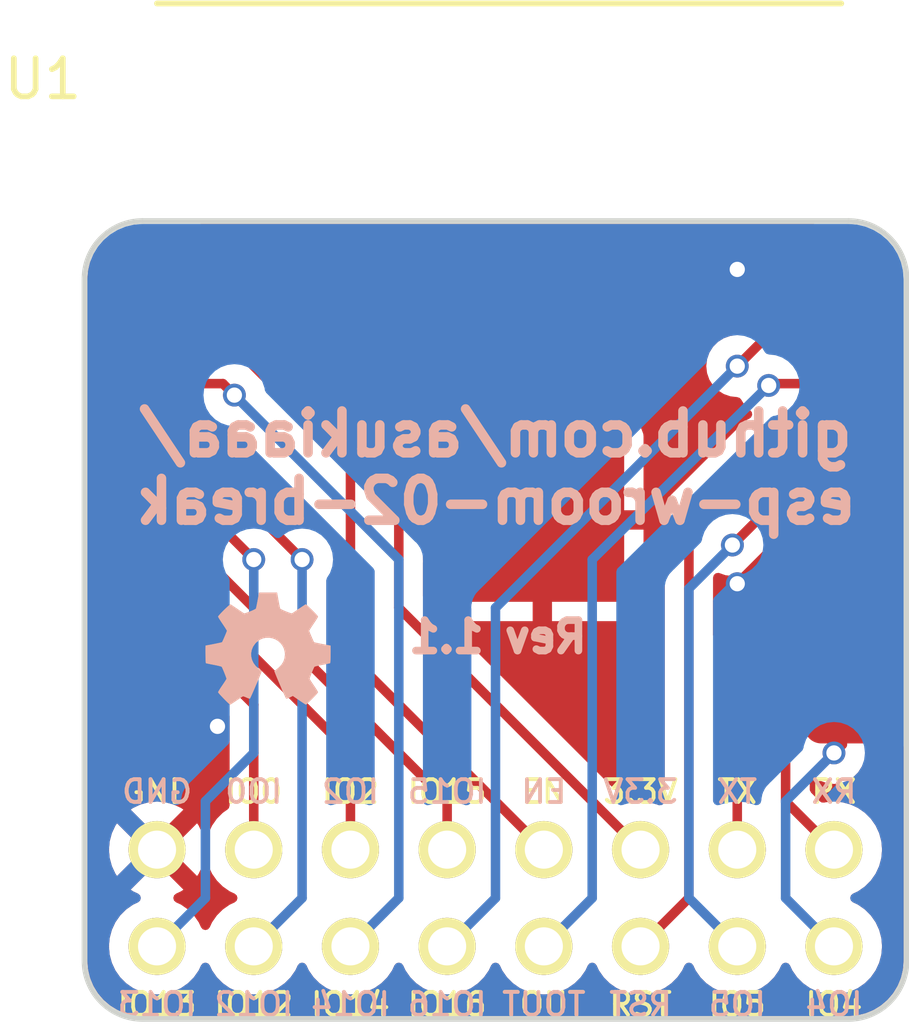
<source format=kicad_pcb>
(kicad_pcb (version 20221018) (generator pcbnew)
  (layers (0 "F.Cu" signal) (31 "B.Cu" signal) (34 "B.Paste" user) (35 "F.Paste" user) (36 "B.SilkS" user "B.Silkscreen") (37 "F.SilkS" user "F.Silkscreen") (38 "B.Mask" user) (39 "F.Mask" user) (44 "Edge.Cuts" user))
  (net 0 "")
  (net 1 "Net-(J1-Pad1)")
  (net 2 "Net-(J1-Pad2)")
  (net 3 "Net-(J1-Pad3)")
  (net 4 "Net-(J1-Pad4)")
  (net 5 "Net-(J1-Pad5)")
  (net 6 "Net-(J1-Pad6)")
  (net 7 "Net-(J2-Pad1)")
  (net 8 "Net-(J2-Pad2)")
  (net 9 "Net-(J2-Pad3)")
  (net 10 "Net-(J2-Pad4)")
  (net 11 "Net-(J2-Pad5)")
  (net 12 "Net-(J2-Pad6)")
  (net 13 "Net-(J1-Pad7)")
  (net 14 "GND")
  (net 15 "Net-(J2-Pad7)")
  (net 16 "Net-(J2-Pad8)")
  (footprint "simple_headers:Pin_Header_Straight_1x08_small" (layer "F.Cu") (at 166.37 120.65 -90)
    (fp_text reference "J1" hide)
    (fp_text value "HEADER_8" hide)
    (pad "1" thru_hole circle (at 0 0 270) (size 1.5 1.5) (drill 1) (layers "*.Cu" "*.Mask" "F.SilkS") (net 1 "Net-(J1-Pad1)"))
    (pad "2" thru_hole circle (at 0 2.54 270) (size 1.5 1.5) (drill 1) (layers "*.Cu" "*.Mask" "F.SilkS") (net 2 "Net-(J1-Pad2)"))
    (pad "3" thru_hole circle (at 0 5.08 270) (size 1.5 1.5) (drill 1) (layers "*.Cu" "*.Mask" "F.SilkS") (net 3 "Net-(J1-Pad3)"))
    (pad "4" thru_hole circle (at 0 7.62 270) (size 1.5 1.5) (drill 1) (layers "*.Cu" "*.Mask" "F.SilkS") (net 4 "Net-(J1-Pad4)"))
    (pad "5" thru_hole circle (at 0 10.16 270) (size 1.5 1.5) (drill 1) (layers "*.Cu" "*.Mask" "F.SilkS") (net 5 "Net-(J1-Pad5)"))
    (pad "6" thru_hole circle (at 0 12.7 270) (size 1.5 1.5) (drill 1) (layers "*.Cu" "*.Mask" "F.SilkS") (net 6 "Net-(J1-Pad6)"))
    (pad "7" thru_hole circle (at 0 15.24 270) (size 1.5 1.5) (drill 1) (layers "*.Cu" "*.Mask" "F.SilkS") (net 13 "Net-(J1-Pad7)"))
    (pad "8" thru_hole circle (at 0 17.78 270) (size 1.5 1.5) (drill 1) (layers "*.Cu" "*.Mask" "F.SilkS") (net 14 "GND"))
  )
  (footprint "simple_headers:Pin_Header_Straight_1x08_small" (layer "F.Cu") (at 166.37 123.19 -90)
    (fp_text reference "J2" hide)
    (fp_text value "HEADER_8" hide)
    (pad "1" thru_hole circle (at 0 0 270) (size 1.5 1.5) (drill 1) (layers "*.Cu" "*.Mask" "F.SilkS") (net 7 "Net-(J2-Pad1)"))
    (pad "2" thru_hole circle (at 0 2.54 270) (size 1.5 1.5) (drill 1) (layers "*.Cu" "*.Mask" "F.SilkS") (net 8 "Net-(J2-Pad2)"))
    (pad "3" thru_hole circle (at 0 5.08 270) (size 1.5 1.5) (drill 1) (layers "*.Cu" "*.Mask" "F.SilkS") (net 9 "Net-(J2-Pad3)"))
    (pad "4" thru_hole circle (at 0 7.62 270) (size 1.5 1.5) (drill 1) (layers "*.Cu" "*.Mask" "F.SilkS") (net 10 "Net-(J2-Pad4)"))
    (pad "5" thru_hole circle (at 0 10.16 270) (size 1.5 1.5) (drill 1) (layers "*.Cu" "*.Mask" "F.SilkS") (net 11 "Net-(J2-Pad5)"))
    (pad "6" thru_hole circle (at 0 12.7 270) (size 1.5 1.5) (drill 1) (layers "*.Cu" "*.Mask" "F.SilkS") (net 12 "Net-(J2-Pad6)"))
    (pad "7" thru_hole circle (at 0 15.24 270) (size 1.5 1.5) (drill 1) (layers "*.Cu" "*.Mask" "F.SilkS") (net 15 "Net-(J2-Pad7)"))
    (pad "8" thru_hole circle (at 0 17.78 270) (size 1.5 1.5) (drill 1) (layers "*.Cu" "*.Mask" "F.SilkS") (net 16 "Net-(J2-Pad8)"))
  )
  (footprint "ESP8266:ESP-13-WROOM-02" (layer "F.Cu") (at 148.59 105.41)
    (fp_text reference "U1" (at -3 -5) (layer "F.SilkS"))
    (fp_text value "ESP-13-WROOM-02")
    (fp_line (start 17.9705 -6.985) (end 0 -6.985) (stroke (width 0.1524)) (layer "F.SilkS"))
    (pad "1" smd rect (at 0 0) (size 2 0.9) (layers "F.Cu" "F.Paste" "F.Mask") (net 3 "Net-(J1-Pad3)"))
    (pad "2" smd oval (at 0 1.5) (size 2 0.9) (layers "F.Cu" "F.Paste" "F.Mask") (net 4 "Net-(J1-Pad4)"))
    (pad "3" smd oval (at 0 3) (size 2 0.9) (layers "F.Cu" "F.Paste" "F.Mask") (net 12 "Net-(J2-Pad6)"))
    (pad "4" smd oval (at 0 4.5) (size 2 0.9) (layers "F.Cu" "F.Paste" "F.Mask") (net 15 "Net-(J2-Pad7)"))
    (pad "5" smd oval (at 0 6) (size 2 0.9) (layers "F.Cu" "F.Paste" "F.Mask") (net 16 "Net-(J2-Pad8)"))
    (pad "6" smd oval (at 0 7.5) (size 2 0.9) (layers "F.Cu" "F.Paste" "F.Mask") (net 5 "Net-(J1-Pad5)"))
    (pad "7" smd oval (at 0 9) (size 2 0.9) (layers "F.Cu" "F.Paste" "F.Mask") (net 6 "Net-(J1-Pad6)"))
    (pad "8" smd oval (at 0 10.5) (size 2 0.9) (layers "F.Cu" "F.Paste" "F.Mask") (net 13 "Net-(J1-Pad7)"))
    (pad "9" smd oval (at 0 12) (size 2 0.9) (layers "F.Cu" "F.Paste" "F.Mask") (net 14 "GND"))
    (pad "10" smd oval (at 18 12) (size 2 0.9) (layers "F.Cu" "F.Paste" "F.Mask") (net 7 "Net-(J2-Pad1)"))
    (pad "11" smd oval (at 18 10.5) (size 2 0.9) (layers "F.Cu" "F.Paste" "F.Mask") (net 1 "Net-(J1-Pad1)"))
    (pad "12" smd oval (at 18 9) (size 2 0.9) (layers "F.Cu" "F.Paste" "F.Mask") (net 2 "Net-(J1-Pad2)"))
    (pad "13" smd oval (at 18 7.5) (size 2 0.9) (layers "F.Cu" "F.Paste" "F.Mask") (net 14 "GND"))
    (pad "14" smd oval (at 18 6) (size 2 0.9) (layers "F.Cu" "F.Paste" "F.Mask") (net 8 "Net-(J2-Pad2)"))
    (pad "15" smd oval (at 18 4.5) (size 2 0.9) (layers "F.Cu" "F.Paste" "F.Mask") (net 9 "Net-(J2-Pad3)"))
    (pad "16" smd oval (at 18 3) (size 2 0.9) (layers "F.Cu" "F.Paste" "F.Mask") (net 10 "Net-(J2-Pad4)"))
    (pad "17" smd oval (at 18 1.5) (size 2 0.9) (layers "F.Cu" "F.Paste" "F.Mask") (net 11 "Net-(J2-Pad5)"))
    (pad "18" smd oval (at 18 0) (size 2 0.9) (layers "F.Cu" "F.Paste" "F.Mask") (net 14 "GND"))
    (pad "PAD" smd rect (at 10.12 6.58) (size 4.3 4.3) (layers "F.Cu" "F.Paste" "F.Mask") (net 14 "GND"))
  )
  (footprint "oshw-logo:oshw-3p4mm" (layer "B.Cu") (at 151.511 115.3795 180)
    (fp_text reference "G***" hide)
    (fp_text value "LOGO" hide)
    (fp_poly (pts (xy 0.275625 1.278283) (xy 0.28777 1.213229) (xy 0.299235 1.154924) (xy 0.309227 1.107164) (xy 0.316955 1.073748) (xy 0.321479 1.058739) (xy 0.334974 1.047928) (xy 0.364634 1.031911) (xy 0.405827 1.012571) (xy 0.453918 0.991794) (xy 0.504273 0.971462) (xy 0.552259 0.953459) (xy 0.593242 0.939671) (xy 0.622588 0.931979) (xy 0.634528 0.931465) (xy 0.648514 0.939502) (xy 0.677391 0.957992) (xy 0.717907 0.984788) (xy 0.766812 1.017745) (xy 0.814003 1.049997) (xy 0.867479 1.086534) (xy 0.915302 1.118756) (xy 0.954253 1.144529) (xy 0.981112 1.161719) (xy 0.992188 1.168053) (xy 1.004331 1.162411) (xy 1.028606 1.143465) (xy 1.062105 1.11409) (xy 1.101921 1.077157) (xy 1.145148 1.03554) (xy 1.188877 0.992112) (xy 1.230202 0.949745) (xy 1.266215 0.911314) (xy 1.294009 0.87969) (xy 1.310678 0.857747) (xy 1.314174 0.849856) (xy 1.30818 0.835579) (xy 1.291517 0.806387) (xy 1.266162 0.76547) (xy 1.23409 0.716022) (xy 1.198218 0.662609) (xy 1.161555 0.608182) (xy 1.12966 0.559476) (xy 1.104502 0.519609) (xy 1.088047 0.491696) (xy 1.082261 0.478927) (xy 1.086511 0.463964) (xy 1.097947 0.433512) (xy 1.114592 0.392184) (xy 1.134475 0.344589) (xy 1.155619 0.295339) (xy 1.176053 0.249044) (xy 1.1938 0.210315) (xy 1.206888 0.183762) (xy 1.212629 0.174432) (xy 1.224679 0.170659) (xy 1.254359 0.163635) (xy 1.297591 0.154178) (xy 1.350297 0.143108) (xy 1.408397 0.131244) (xy 1.467815 0.119404) (xy 1.524471 0.108407) (xy 1.574288 0.099072) (xy 1.613185 0.092218) (xy 1.637087 0.088664) (xy 1.641401 0.088348) (xy 1.643715 0.077972) (xy 1.645264 0.049478) (xy 1.64611 0.006822) (xy 1.646312 -0.046041) (xy 1.64593 -0.105158) (xy 1.645023 -0.166573) (xy 1.643652 -0.226331) (xy 1.641875 -0.280478) (xy 1.639753 -0.325059) (xy 1.637345 -0.35612) (xy 1.634712 -0.369706) (xy 1.63448 -0.369929) (xy 1.620515 -0.374079) (xy 1.588527 -0.381411) (xy 1.542222 -0.391144) (xy 1.485306 -0.402495) (xy 1.429355 -0.413208) (xy 1.364876 -0.426013) (xy 1.308077 -0.438601) (xy 1.26264 -0.450055) (xy 1.232244 -0.459459) (xy 1.221087 -0.46504) (xy 1.212051 -0.480596) (xy 1.197318 -0.512066) (xy 1.178783 -0.554756) (xy 1.158336 -0.603971) (xy 1.137872 -0.655013) (xy 1.119282 -0.703188) (xy 1.104459 -0.743801) (xy 1.095296 -0.772154) (xy 1.093263 -0.782171) (xy 1.099295 -0.795653) (xy 1.116001 -0.823962) (xy 1.141335 -0.863866) (xy 1.173256 -0.912133) (xy 1.203739 -0.956883) (xy 1.239683 -1.010002) (xy 1.270735 -1.057845) (xy 1.29484 -1.097085) (xy 1.309945 -1.124397) (xy 1.314174 -1.135643) (xy 1.306729 -1.14804) (xy 1.286335 -1.172761) (xy 1.2559 -1.206816) (xy 1.218336 -1.247211) (xy 1.176551 -1.290955) (xy 1.133455 -1.335056) (xy 1.091959 -1.376522) (xy 1.054972 -1.41236) (xy 1.025403 -1.439578) (xy 1.006163 -1.455185) (xy 1.000935 -1.457739) (xy 0.989182 -1.451779) (xy 0.962489 -1.435276) (xy 0.924049 -1.410296) (xy 0.877055 -1.378906) (xy 0.838293 -1.35252) (xy 0.786184 -1.317082) (xy 0.739484 -1.285899) (xy 0.701621 -1.261216) (xy 0.676023 -1.245275) (xy 0.66714 -1.240483) (xy 0.648945 -1.241741) (xy 0.617469 -1.251497) (xy 0.578887 -1.26779) (xy 0.574261 -1.27) (xy 0.536074 -1.286809) (xy 0.504354 -1.297758) (xy 0.485199 -1.300793) (xy 0.483815 -1.30045) (xy 0.47719 -1.289714) (xy 0.463348 -1.261404) (xy 0.443505 -1.218358) (xy 0.418877 -1.163415) (xy 0.390678 -1.099416) (xy 0.360126 -1.029199) (xy 0.328435 -0.955604) (xy 0.296821 -0.881469) (xy 0.2665 -0.809635) (xy 0.238687 -0.74294) (xy 0.214598 -0.684224) (xy 0.195449 -0.636325) (xy 0.182455 -0.602084) (xy 0.176831 -0.584339) (xy 0.176696 -0.583135) (xy 0.184969 -0.57395) (xy 0.20706 -0.555233) (xy 0.238877 -0.53038) (xy 0.253573 -0.51936) (xy 0.330537 -0.450235) (xy 0.389124 -0.372168) (xy 0.429154 -0.287651) (xy 0.450447 -0.199175) (xy 0.452823 -0.109232) (xy 0.436104 -0.020313) (xy 0.400108 0.065091) (xy 0.344658 0.144487) (xy 0.304421 0.185968) (xy 0.22826 0.242614) (xy 0.146448 0.279805) (xy 0.061448 0.298628) (xy -0.024274 0.300171) (xy -0.108256 0.285522) (xy -0.188033 0.255767) (xy -0.261141 0.211994) (xy -0.325116 0.15529) (xy -0.377494 0.086743) (xy -0.415811 0.007439) (xy -0.437602 -0.081534) (xy -0.441739 -0.143289) (xy -0.431299 -0.242212) (xy -0.400193 -0.333644) (xy -0.348741 -0.416983) (xy -0.277263 -0.491624) (xy -0.242529 -0.51936) (xy -0.207941 -0.545731) (xy -0.181424 -0.567338) (xy -0.167071 -0.580786) (xy -0.165652 -0.583135) (xy -0.169854 -0.597753) (xy -0.181647 -0.629358) (xy -0.199817 -0.675111) (xy -0.223145 -0.732172) (xy -0.250415 -0.797702) (xy -0.280411 -0.868862) (xy -0.311915 -0.942812) (xy -0.343712 -1.016714) (xy -0.374584 -1.087727) (xy -0.403315 -1.153012) (xy -0.428689 -1.209731) (xy -0.449487 -1.255043) (xy -0.464495 -1.286109) (xy -0.472495 -1.300091) (xy -0.473076 -1.300567) (xy -0.489823 -1.298762) (xy -0.520157 -1.288581) (xy -0.558196 -1.27208) (xy -0.56738 -1.267625) (xy -0.646043 -1.228681) (xy -0.813446 -1.34321) (xy -0.867123 -1.379597) (xy -0.914703 -1.411215) (xy -0.953142 -1.436092) (xy -0.979391 -1.452254) (xy -0.99029 -1.457739) (xy -1.000664 -1.450268) (xy -1.023989 -1.429454) (xy -1.057724 -1.397694) (xy -1.099326 -1.357387) (xy -1.146253 -1.31093) (xy -1.15143 -1.305748) (xy -1.198454 -1.257723) (xy -1.239547 -1.214016) (xy -1.272291 -1.17734) (xy -1.294271 -1.150412) (xy -1.303068 -1.135945) (xy -1.30313 -1.135352) (xy -1.297091 -1.120609) (xy -1.280342 -1.09116) (xy -1.254938 -1.050322) (xy -1.222933 -1.001415) (xy -1.192695 -0.956883) (xy -1.156814 -0.904082) (xy -1.125798 -0.856922) (xy -1.101691 -0.818635) (xy -1.086536 -0.792454) (xy -1.08222 -0.782171) (xy -1.086318 -0.765138) (xy -1.097396 -0.732573) (xy -1.11356 -0.689173) (xy -1.132918 -0.639633) (xy -1.153577 -0.588649) (xy -1.173644 -0.540916) (xy -1.191227 -0.50113) (xy -1.204434 -0.473986) (xy -1.210043 -0.46504) (xy -1.225203 -0.458026) (xy -1.258452 -0.448203) (xy -1.306109 -0.436488) (xy -1.364493 -0.423798) (xy -1.418311 -0.413208) (xy -1.481503 -0.401079) (xy -1.537345 -0.389879) (xy -1.582134 -0.380393) (xy -1.612162 -0.3734) (xy -1.623436 -0.369929) (xy -1.626086 -0.358011) (xy -1.628515 -0.328282) (xy -1.630663 -0.284696) (xy -1.632472 -0.231209) (xy -1.63388 -0.171774) (xy -1.634829 -0.110346) (xy -1.635258 -0.050881) (xy -1.635108 0.002668) (xy -1.634319 0.046346) (xy -1.632831 0.076198) (xy -1.630585 0.088269) (xy -1.630358 0.088348) (xy -1.613257 0.090427) (xy -1.579603 0.096118) (xy -1.533473 0.104603) (xy -1.478947 0.115062) (xy -1.420102 0.126677) (xy -1.361017 0.138628) (xy -1.305771 0.150098) (xy -1.258441 0.160267) (xy -1.223106 0.168317) (xy -1.203845 0.173428) (xy -1.201585 0.174432) (xy -1.193564 0.18813) (xy -1.179327 0.217641) (xy -1.160847 0.258354) (xy -1.140099 0.305658) (xy -1.119056 0.354943) (xy -1.099694 0.401597) (xy -1.083985 0.441011) (xy -1.073904 0.468573) (xy -1.071217 0.478927) (xy -1.077192 0.492041) (xy -1.093806 0.520175) (xy -1.11909 0.560212) (xy -1.151079 0.609037) (xy -1.187174 0.662609) (xy -1.223892 0.717304) (xy -1.255824 0.766582) (xy -1.280991 0.807251) (xy -1.297418 0.836118) (xy -1.30313 0.849856) (xy -1.295617 0.863639) (xy -1.275015 0.889042) (xy -1.244231 0.923192) (xy -1.206174 0.963217) (xy -1.163749 1.006244) (xy -1.119864 1.049398) (xy -1.077427 1.089809) (xy -1.039344 1.124601) (xy -1.008523 1.150903) (xy -0.987871 1.165842) (xy -0.981144 1.168053) (xy -0.967591 1.16018) (xy -0.939111 1.141848) (xy -0.898926 1.115189) (xy -0.850255 1.082337) (xy -0.80296 1.049997) (xy -0.749375 1.013408) (xy -0.701332 0.981097) (xy -0.662079 0.955211) (xy -0.634868 0.937898) (xy -0.623484 0.931465) (xy -0.606679 0.932972) (xy -0.574558 0.942073) (xy -0.531754 0.956884) (xy -0.482901 0.97552) (xy -0.432633 0.996098) (xy -0.385584 1.016733) (xy -0.346387 1.035543) (xy -0.319677 1.050642) (xy -0.310435 1.058739) (xy -0.3056 1.074982) (xy -0.297744 1.109182) (xy -0.287662 1.157542) (xy -0.276145 1.216263) (xy -0.264581 1.278283) (xy -0.227912 1.479826) (xy 0.238956 1.479826) (xy 0.275625 1.278283)) (stroke (width 0.01)) (fill solid) (layer "B.SilkS"))
  )
  (gr_arc (start 168.275 123.571) (mid 167.828631 124.648631) (end 166.751 125.095) (stroke (width 0.15)) (layer "Edge.Cuts"))
  (gr_arc (start 146.685 105.664) (mid 147.131369 104.586369) (end 148.209 104.14) (stroke (width 0.15)) (layer "Edge.Cuts"))
  (gr_arc (start 166.751 104.14) (mid 167.828631 104.586369) (end 168.275 105.664) (stroke (width 0.15)) (layer "Edge.Cuts"))
  (gr_line (start 166.751 125.095) (end 148.209 125.095) (stroke (width 0.15)) (layer "Edge.Cuts"))
  (gr_line (start 146.685 123.571) (end 146.685 105.664) (stroke (width 0.15)) (layer "Edge.Cuts"))
  (gr_arc (start 148.209 125.095) (mid 147.131369 124.648631) (end 146.685 123.571) (stroke (width 0.15)) (layer "Edge.Cuts"))
  (gr_line (start 148.209 104.14) (end 166.751 104.14) (stroke (width 0.15)) (layer "Edge.Cuts"))
  (gr_line (start 168.275 105.664) (end 168.275 123.571) (stroke (width 0.15)) (layer "Edge.Cuts"))
  (gr_text "RST" (at 161.29 124.714) (layer "B.SilkS") (effects (font (size 0.6 0.6) (thickness 0.1)) (justify mirror)))
  (gr_text "github.com/asukiaaa/\nesp-wroom-02-break" (at 157.48 110.617) (layer "B.SilkS") (effects (font (size 1.1 1.1) (thickness 0.25)) (justify mirror)))
  (gr_text "GND" (at 148.59 119.126) (layer "B.SilkS") (effects (font (size 0.6 0.6) (thickness 0.1)) (justify mirror)))
  (gr_text "EN" (at 158.75 119.126) (layer "B.SilkS") (effects (font (size 0.6 0.6) (thickness 0.1)) (justify mirror)))
  (gr_text "IO4" (at 166.37 124.714) (layer "B.SilkS") (effects (font (size 0.6 0.6) (thickness 0.1)) (justify mirror)))
  (gr_text "TX" (at 163.83 119.126) (layer "B.SilkS") (effects (font (size 0.6 0.6) (thickness 0.1)) (justify mirror)))
  (gr_text "IO15" (at 156.21 119.126) (layer "B.SilkS") (effects (font (size 0.6 0.6) (thickness 0.1)) (justify mirror)))
  (gr_text "Rev 1.1" (at 157.5435 115.062) (layer "B.SilkS") (effects (font (size 0.8 0.8) (thickness 0.2)) (justify mirror)))
  (gr_text "IO13" (at 148.59 124.714) (layer "B.SilkS") (effects (font (size 0.6 0.6) (thickness 0.1)) (justify mirror)))
  (gr_text "IO5" (at 163.83 124.714) (layer "B.SilkS") (effects (font (size 0.6 0.6) (thickness 0.1)) (justify mirror)))
  (gr_text "IO0" (at 151.13 119.126) (layer "B.SilkS") (effects (font (size 0.6 0.6) (thickness 0.1)) (justify mirror)))
  (gr_text "IO12" (at 151.13 124.714) (layer "B.SilkS") (effects (font (size 0.6 0.6) (thickness 0.1)) (justify mirror)))
  (gr_text "3.3V" (at 161.29 119.126) (layer "B.SilkS") (effects (font (size 0.6 0.6) (thickness 0.1)) (justify mirror)))
  (gr_text "IO14" (at 153.67 124.714) (layer "B.SilkS") (effects (font (size 0.6 0.6) (thickness 0.1)) (justify mirror)))
  (gr_text "IO2" (at 153.67 119.126) (layer "B.SilkS") (effects (font (size 0.6 0.6) (thickness 0.1)) (justify mirror)))
  (gr_text "RX" (at 166.37 119.126) (layer "B.SilkS") (effects (font (size 0.6 0.6) (thickness 0.1)) (justify mirror)))
  (gr_text "TOUT" (at 158.75 124.714) (layer "B.SilkS") (effects (font (size 0.6 0.6) (thickness 0.1)) (justify mirror)))
  (gr_text "IO16" (at 156.21 124.714) (layer "B.SilkS") (effects (font (size 0.6 0.6) (thickness 0.1)) (justify mirror)))
  (gr_text "IO12" (at 151.13 124.714) (layer "F.SilkS") (effects (font (size 0.6 0.6) (thickness 0.1))))
  (gr_text "RX" (at 166.37 119.126) (layer "F.SilkS") (effects (font (size 0.6 0.6) (thickness 0.1))))
  (gr_text "TX" (at 163.83 119.126) (layer "F.SilkS") (effects (font (size 0.6 0.6) (thickness 0.1))))
  (gr_text "IO0" (at 151.13 119.126) (layer "F.SilkS") (effects (font (size 0.6 0.6) (thickness 0.1))))
  (gr_text "TOUT" (at 158.75 124.714) (layer "F.SilkS") (effects (font (size 0.6 0.6) (thickness 0.1))))
  (gr_text "IO5" (at 163.83 124.714) (layer "F.SilkS") (effects (font (size 0.6 0.6) (thickness 0.1))))
  (gr_text "IO14" (at 153.67 124.714) (layer "F.SilkS") (effects (font (size 0.6 0.6) (thickness 0.1))))
  (gr_text "EN" (at 158.75 119.126) (layer "F.SilkS") (effects (font (size 0.6 0.6) (thickness 0.1))))
  (gr_text "3.3V" (at 161.29 119.126) (layer "F.SilkS") (effects (font (size 0.6 0.6) (thickness 0.1))))
  (gr_text "RST" (at 161.29 124.714) (layer "F.SilkS") (effects (font (size 0.6 0.6) (thickness 0.1))))
  (gr_text "IO13" (at 148.59 124.714) (layer "F.SilkS") (effects (font (size 0.6 0.6) (thickness 0.1))))
  (gr_text "GND" (at 148.59 119.126) (layer "F.SilkS") (effects (font (size 0.6 0.6) (thickness 0.1))))
  (gr_text "IO16" (at 156.21 124.714) (layer "F.SilkS") (effects (font (size 0.6 0.6) (thickness 0.1))))
  (gr_text "IO4" (at 166.37 124.714) (layer "F.SilkS") (effects (font (size 0.6 0.6) (thickness 0.1))))
  (gr_text "IO2" (at 153.67 119.126) (layer "F.SilkS") (effects (font (size 0.6 0.6) (thickness 0.1))))
  (gr_text "IO15" (at 156.21 119.126) (layer "F.SilkS") (effects (font (size 0.6 0.6) (thickness 0.1))))
  (segment (start 166.03 115.91) (end 165.1 116.84) (width 0.25) (layer "F.Cu") (net 1))
  (segment (start 165.1 116.84) (end 165.1 119.38) (width 0.25) (layer "F.Cu") (net 1))
  (segment (start 165.1 119.38) (end 166.37 120.65) (width 0.25) (layer "F.Cu") (net 1))
  (segment (start 166.59 115.91) (end 166.03 115.91) (width 0.25) (layer "F.Cu") (net 1))
  (segment (start 164.99 114.41) (end 163.83 115.57) (width 0.25) (layer "F.Cu") (net 2))
  (segment (start 163.83 115.57) (end 163.83 120.65) (width 0.25) (layer "F.Cu") (net 2))
  (segment (start 166.59 114.41) (end 164.99 114.41) (width 0.25) (layer "F.Cu") (net 2))
  (segment (start 151.13 105.41) (end 154.94 109.22) (width 0.25) (layer "F.Cu") (net 3))
  (segment (start 154.94 109.22) (end 154.94 114.3) (width 0.25) (layer "F.Cu") (net 3))
  (segment (start 154.94 114.3) (end 161.29 120.65) (width 0.25) (layer "F.Cu") (net 3))
  (segment (start 148.59 105.41) (end 151.13 105.41) (width 0.25) (layer "F.Cu") (net 3))
  (segment (start 150.09 106.91) (end 153.67 110.49) (width 0.25) (layer "F.Cu") (net 4))
  (segment (start 153.67 110.49) (end 153.67 115.57) (width 0.25) (layer "F.Cu") (net 4))
  (segment (start 153.67 115.57) (end 158.75 120.65) (width 0.25) (layer "F.Cu") (net 4))
  (segment (start 148.59 106.91) (end 150.09 106.91) (width 0.25) (layer "F.Cu") (net 4))
  (segment (start 149.74 112.91) (end 156.21 119.38) (width 0.25) (layer "F.Cu") (net 5))
  (segment (start 156.21 119.38) (end 156.21 120.65) (width 0.25) (layer "F.Cu") (net 5))
  (segment (start 148.59 112.91) (end 149.74 112.91) (width 0.25) (layer "F.Cu") (net 5))
  (segment (start 149.97 114.41) (end 153.67 118.11) (width 0.25) (layer "F.Cu") (net 6))
  (segment (start 153.67 118.11) (end 153.67 120.65) (width 0.25) (layer "F.Cu") (net 6))
  (segment (start 148.59 114.41) (end 149.97 114.41) (width 0.25) (layer "F.Cu") (net 6))
  (segment (start 166.59 117.89) (end 166.37 118.11) (width 0.25) (layer "F.Cu") (net 7))
  (segment (start 166.59 117.41) (end 166.59 117.89) (width 0.25) (layer "F.Cu") (net 7))
  (via (at 166.37 118.11) (size 0.6) (drill 0.4) (layers "F.Cu" "B.Cu") (net 7))
  (segment (start 166.37 118.11) (end 165.1 119.38) (width 0.25) (layer "B.Cu") (net 7))
  (segment (start 165.1 119.38) (end 165.1 121.92) (width 0.25) (layer "B.Cu") (net 7))
  (segment (start 165.1 121.92) (end 166.37 123.19) (width 0.25) (layer "B.Cu") (net 7))
  (segment (start 163.703 112.649) (end 164.942 111.41) (width 0.25) (layer "F.Cu") (net 8))
  (segment (start 164.942 111.41) (end 166.59 111.41) (width 0.25) (layer "F.Cu") (net 8))
  (via (at 163.703 112.649) (size 0.6) (drill 0.4) (layers "F.Cu" "B.Cu") (net 8))
  (segment (start 162.56 113.792) (end 162.56 121.92) (width 0.25) (layer "B.Cu") (net 8))
  (segment (start 163.83 123.19) (end 162.56 121.92) (width 0.25) (layer "B.Cu") (net 8))
  (segment (start 162.56 113.792) (end 163.703 112.649) (width 0.25) (layer "B.Cu") (net 8))
  (segment (start 164.41 109.91) (end 162.56 111.76) (width 0.25) (layer "F.Cu") (net 9))
  (segment (start 162.56 111.76) (end 162.56 121.92) (width 0.25) (layer "F.Cu") (net 9))
  (segment (start 162.56 121.92) (end 161.29 123.19) (width 0.25) (layer "F.Cu") (net 9))
  (segment (start 166.59 109.91) (end 164.41 109.91) (width 0.25) (layer "F.Cu") (net 9))
  (segment (start 164.64 108.41) (end 164.6555 108.458) (width 0.25) (layer "F.Cu") (net 10))
  (segment (start 166.59 108.41) (end 164.64 108.41) (width 0.25) (layer "F.Cu") (net 10))
  (via (at 164.6555 108.458) (size 0.6) (drill 0.4) (layers "F.Cu" "B.Cu") (net 10))
  (segment (start 164.6555 108.458) (end 160.02 113.03) (width 0.25) (layer "B.Cu") (net 10))
  (segment (start 160.02 113.03) (end 160.02 121.92) (width 0.25) (layer "B.Cu") (net 10))
  (segment (start 160.02 121.92) (end 158.75 123.19) (width 0.25) (layer "B.Cu") (net 10))
  (segment (start 164.87 106.91) (end 163.83 107.95) (width 0.25) (layer "F.Cu") (net 11))
  (segment (start 166.59 106.91) (end 164.87 106.91) (width 0.25) (layer "F.Cu") (net 11))
  (via (at 163.83 107.95) (size 0.6) (drill 0.4) (layers "F.Cu" "B.Cu") (net 11))
  (segment (start 163.83 107.95) (end 157.48 114.3) (width 0.25) (layer "B.Cu") (net 11))
  (segment (start 157.48 114.3) (end 157.48 121.92) (width 0.25) (layer "B.Cu") (net 11))
  (segment (start 157.48 121.92) (end 156.21 123.19) (width 0.25) (layer "B.Cu") (net 11))
  (segment (start 150.32 108.41) (end 150.622 108.712) (width 0.25) (layer "F.Cu") (net 12))
  (segment (start 148.59 108.41) (end 150.32 108.41) (width 0.25) (layer "F.Cu") (net 12))
  (via (at 150.622 108.712) (size 0.6) (drill 0.4) (layers "F.Cu" "B.Cu") (net 12))
  (segment (start 150.622 108.712) (end 154.94 113.03) (width 0.25) (layer "B.Cu") (net 12))
  (segment (start 154.94 113.03) (end 154.94 121.92) (width 0.25) (layer "B.Cu") (net 12))
  (segment (start 154.94 121.92) (end 153.67 123.19) (width 0.25) (layer "B.Cu") (net 12))
  (segment (start 150.2 115.91) (end 151.13 116.84) (width 0.25) (layer "F.Cu") (net 13))
  (segment (start 151.13 116.84) (end 151.13 120.65) (width 0.25) (layer "F.Cu") (net 13))
  (segment (start 148.59 115.91) (end 150.2 115.91) (width 0.25) (layer "F.Cu") (net 13))
  (segment (start 164.585 112.91) (end 163.83 113.665) (width 0.25) (layer "F.Cu") (net 14))
  (segment (start 148.59 117.41) (end 150.1775 117.4115) (width 0.25) (layer "F.Cu") (net 14))
  (segment (start 166.59 105.41) (end 163.83 105.41) (width 0.25) (layer "F.Cu") (net 14))
  (segment (start 166.59 112.91) (end 164.585 112.91) (width 0.25) (layer "F.Cu") (net 14))
  (via (at 150.1775 117.4115) (size 0.6) (drill 0.4) (layers "F.Cu" "B.Cu") (net 14))
  (via (at 163.83 113.665) (size 0.6) (drill 0.4) (layers "F.Cu" "B.Cu") (net 14))
  (via (at 163.83 105.41) (size 0.6) (drill 0.4) (layers "F.Cu" "B.Cu") (net 14))
  (segment (start 149.28 109.91) (end 152.4 113.03) (width 0.25) (layer "F.Cu") (net 15))
  (segment (start 148.59 109.91) (end 149.28 109.91) (width 0.25) (layer "F.Cu") (net 15))
  (via (at 152.4 113.03) (size 0.6) (drill 0.4) (layers "F.Cu" "B.Cu") (net 15))
  (segment (start 152.4 113.03) (end 152.4 121.92) (width 0.25) (layer "B.Cu") (net 15))
  (segment (start 152.4 121.92) (end 151.13 123.19) (width 0.25) (layer "B.Cu") (net 15))
  (segment (start 149.51 111.41) (end 151.13 113.03) (width 0.25) (layer "F.Cu") (net 16))
  (segment (start 148.59 111.41) (end 149.51 111.41) (width 0.25) (layer "F.Cu") (net 16))
  (via (at 151.13 113.03) (size 0.6) (drill 0.4) (layers "F.Cu" "B.Cu") (net 16))
  (segment (start 151.13 113.03) (end 151.13 118.11) (width 0.25) (layer "B.Cu") (net 16))
  (segment (start 151.13 118.11) (end 149.86 119.38) (width 0.25) (layer "B.Cu") (net 16))
  (segment (start 149.86 119.38) (end 149.86 121.92) (width 0.25) (layer "B.Cu") (net 16))
  (segment (start 149.86 121.92) (end 148.59 123.19) (width 0.25) (layer "B.Cu") (net 16))
  (zone (net 14) (net_name "GND") (layer "F.Cu") (connect_pads (clearance 0.508)) (min_thickness 0.254) (fill yes (thermal_gap 0.508) (thermal_bridge_width 0.508))
    (polygon (pts (xy 168.275 125.095) (xy 146.685 125.095) (xy 146.685 104.14) (xy 168.275 104.14)))
  )
  (zone (net 14) (net_name "GND") (layer "B.Cu") (connect_pads (clearance 0.508)) (min_thickness 0.254) (fill yes (thermal_gap 0.508) (thermal_bridge_width 0.508))
    (polygon (pts (xy 168.275 125.095) (xy 146.685 125.095) (xy 146.685 104.14) (xy 168.275 104.14)))
  )
)
</source>
